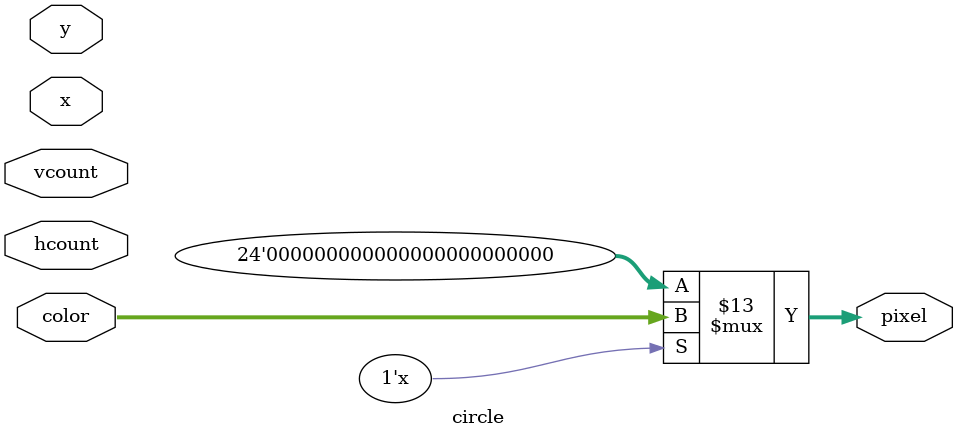
<source format=v>
`timescale 1ns / 1ps
module circle
   #(parameter RADIUS = 35)            // default radius: 35 pixels
   (input [10:0] x,hcount,
    input [9:0] y,vcount,
    input [23:0] color,
    output reg [23:0] pixel);

    reg [10:0] x_length;
    reg [9:0] y_length;
	
    always @ * begin
       x_length <= hcount - x;
       y_length <= vcount - y;	
       if ((((x_length - RADIUS) * (x_length - RADIUS)) + ((y_length - RADIUS) * (y_length - RADIUS))) <= (RADIUS * RADIUS)) pixel <= color;
       else pixel <= 0;	
    end
endmodule

</source>
